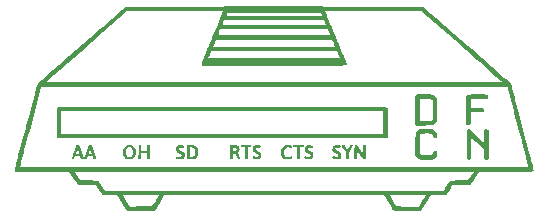
<source format=gbr>
%TF.GenerationSoftware,KiCad,Pcbnew,(6.0.5)*%
%TF.CreationDate,2022-07-13T10:20:42-06:00*%
%TF.ProjectId,modem,6d6f6465-6d2e-46b6-9963-61645f706362,rev?*%
%TF.SameCoordinates,Original*%
%TF.FileFunction,Legend,Top*%
%TF.FilePolarity,Positive*%
%FSLAX46Y46*%
G04 Gerber Fmt 4.6, Leading zero omitted, Abs format (unit mm)*
G04 Created by KiCad (PCBNEW (6.0.5)) date 2022-07-13 10:20:42*
%MOMM*%
%LPD*%
G01*
G04 APERTURE LIST*
%ADD10C,0.300000*%
G04 APERTURE END LIST*
D10*
X147630000Y-50180000D02*
X155890000Y-50180000D01*
%TO.C,G\u002A\u002A\u002A*%
G36*
X151805851Y-66043473D02*
G01*
X142478012Y-66048658D01*
X142109696Y-66684188D01*
X142021648Y-66834936D01*
X141938505Y-66975053D01*
X141863051Y-67100016D01*
X141798070Y-67205301D01*
X141746344Y-67286387D01*
X141710659Y-67338751D01*
X141695697Y-67356790D01*
X141683138Y-67364996D01*
X141665056Y-67371896D01*
X141637963Y-67377599D01*
X141598370Y-67382215D01*
X141542786Y-67385853D01*
X141467724Y-67388623D01*
X141369692Y-67390633D01*
X141245202Y-67391995D01*
X141090765Y-67392816D01*
X140902891Y-67393208D01*
X140678090Y-67393278D01*
X140534889Y-67393218D01*
X140295505Y-67392703D01*
X140077400Y-67391482D01*
X139883603Y-67389610D01*
X139717142Y-67387140D01*
X139581046Y-67384128D01*
X139478344Y-67380627D01*
X139412062Y-67376693D01*
X139385484Y-67372545D01*
X139366583Y-67350597D01*
X139327851Y-67296931D01*
X139272051Y-67215671D01*
X139201943Y-67110942D01*
X139120287Y-66986868D01*
X139029845Y-66847574D01*
X138933377Y-66697186D01*
X138932169Y-66695290D01*
X138519886Y-66048658D01*
X138968431Y-66048658D01*
X139276325Y-66530815D01*
X139584219Y-67012973D01*
X140536176Y-67007462D01*
X141488134Y-67001952D01*
X141762904Y-66527895D01*
X141836546Y-66400032D01*
X141902119Y-66284619D01*
X141956905Y-66186571D01*
X141998184Y-66110801D01*
X142023236Y-66062227D01*
X142029649Y-66045811D01*
X142007682Y-66044569D01*
X141946711Y-66043533D01*
X141850102Y-66042709D01*
X141721217Y-66042103D01*
X141563422Y-66041720D01*
X141380080Y-66041566D01*
X141174557Y-66041647D01*
X140950217Y-66041968D01*
X140710424Y-66042535D01*
X140495027Y-66043222D01*
X138968431Y-66048658D01*
X138519886Y-66048658D01*
X138513133Y-66038066D01*
X137917824Y-66037754D01*
X137723922Y-66037053D01*
X137568996Y-66035081D01*
X137449668Y-66031699D01*
X137362560Y-66026765D01*
X137304294Y-66020138D01*
X137271493Y-66011679D01*
X137269554Y-66010762D01*
X137238740Y-65982080D01*
X137189233Y-65918715D01*
X137122746Y-65823114D01*
X137040996Y-65697725D01*
X136965258Y-65576796D01*
X136713922Y-65169509D01*
X135973498Y-65169509D01*
X135792020Y-65168953D01*
X135626139Y-65167366D01*
X135480554Y-65164867D01*
X135359965Y-65161577D01*
X135269073Y-65157614D01*
X135212578Y-65153099D01*
X135196052Y-65149695D01*
X135175423Y-65127491D01*
X135135010Y-65074280D01*
X135078020Y-64994646D01*
X135007659Y-64893169D01*
X134927134Y-64774434D01*
X134839651Y-64643021D01*
X134810831Y-64599222D01*
X134462632Y-64068563D01*
X134205389Y-64067924D01*
X134917563Y-64067924D01*
X134974183Y-64157957D01*
X135005923Y-64207304D01*
X135055552Y-64283127D01*
X135117341Y-64376729D01*
X135185559Y-64479413D01*
X135218443Y-64528683D01*
X135406083Y-64809375D01*
X136155405Y-64809375D01*
X136354828Y-64809521D01*
X136516193Y-64810093D01*
X136643813Y-64811293D01*
X136741997Y-64813324D01*
X136815058Y-64816386D01*
X136867306Y-64820684D01*
X136903052Y-64826417D01*
X136926607Y-64833789D01*
X136942282Y-64843002D01*
X136946424Y-64846448D01*
X136971806Y-64877235D01*
X137013667Y-64937078D01*
X137067031Y-65018496D01*
X137126923Y-65114010D01*
X137154269Y-65158917D01*
X137219186Y-65266130D01*
X137282796Y-65370497D01*
X137338918Y-65461922D01*
X137381372Y-65530310D01*
X137390966Y-65545530D01*
X137461515Y-65656748D01*
X166159268Y-65656748D01*
X166387362Y-65280726D01*
X166459031Y-65164329D01*
X166526599Y-65057827D01*
X166585900Y-64967537D01*
X166632769Y-64899774D01*
X166663040Y-64860856D01*
X166666789Y-64857040D01*
X166681084Y-64844448D01*
X166696964Y-64834295D01*
X166718831Y-64826320D01*
X166751087Y-64820258D01*
X166798134Y-64815848D01*
X166864374Y-64812826D01*
X166954208Y-64810931D01*
X167072037Y-64809899D01*
X167222265Y-64809469D01*
X167409292Y-64809376D01*
X167465627Y-64809375D01*
X168213132Y-64809375D01*
X168460175Y-64438650D01*
X168707218Y-64067924D01*
X134917563Y-64067924D01*
X134205389Y-64067924D01*
X132201791Y-64062947D01*
X129940949Y-64057332D01*
X129895107Y-64011486D01*
X129858152Y-63949557D01*
X129850536Y-63884380D01*
X129856095Y-63855558D01*
X129872125Y-63787956D01*
X129897344Y-63686606D01*
X130274135Y-63686606D01*
X151812560Y-63686606D01*
X152989021Y-63686599D01*
X154123807Y-63686575D01*
X155217612Y-63686536D01*
X156271129Y-63686478D01*
X157285052Y-63686402D01*
X158260075Y-63686307D01*
X159196892Y-63686192D01*
X160096195Y-63686056D01*
X160958680Y-63685897D01*
X161785038Y-63685716D01*
X162575965Y-63685511D01*
X163332154Y-63685281D01*
X164054298Y-63685026D01*
X164743091Y-63684745D01*
X165399227Y-63684436D01*
X166023400Y-63684098D01*
X166616303Y-63683732D01*
X167178629Y-63683336D01*
X167711073Y-63682908D01*
X168214329Y-63682449D01*
X168689089Y-63681957D01*
X169136048Y-63681432D01*
X169555899Y-63680872D01*
X169949336Y-63680277D01*
X170317052Y-63679645D01*
X170659742Y-63678976D01*
X170978099Y-63678269D01*
X171272816Y-63677523D01*
X171544588Y-63676738D01*
X171794107Y-63675911D01*
X172022068Y-63675043D01*
X172229165Y-63674133D01*
X172416090Y-63673178D01*
X172583539Y-63672180D01*
X172732203Y-63671136D01*
X172862778Y-63670047D01*
X172975956Y-63668910D01*
X173072432Y-63667725D01*
X173152898Y-63666492D01*
X173218050Y-63665209D01*
X173268579Y-63663875D01*
X173305181Y-63662489D01*
X173328549Y-63661052D01*
X173339376Y-63659561D01*
X173340336Y-63658856D01*
X173333900Y-63635629D01*
X173317177Y-63573018D01*
X173290588Y-63472635D01*
X173254555Y-63336089D01*
X173209500Y-63164991D01*
X173155846Y-62960950D01*
X173094014Y-62725577D01*
X173024426Y-62460481D01*
X172947504Y-62167274D01*
X172863671Y-61847564D01*
X172773348Y-61502962D01*
X172676957Y-61135078D01*
X172574920Y-60745521D01*
X172467660Y-60335903D01*
X172355597Y-59907833D01*
X172239156Y-59462921D01*
X172118756Y-59002777D01*
X171994820Y-58529012D01*
X171867771Y-58043235D01*
X171738030Y-57547056D01*
X171606019Y-57042085D01*
X171586097Y-56965869D01*
X171565330Y-56886417D01*
X151829727Y-56891724D01*
X132094124Y-56897032D01*
X131196577Y-60244154D01*
X131098006Y-60611748D01*
X131002315Y-60968622D01*
X130910087Y-61312592D01*
X130821909Y-61641475D01*
X130738364Y-61953090D01*
X130660038Y-62245253D01*
X130587517Y-62515782D01*
X130521385Y-62762494D01*
X130462227Y-62983206D01*
X130410628Y-63175737D01*
X130367174Y-63337902D01*
X130332449Y-63467520D01*
X130307039Y-63562407D01*
X130291529Y-63620382D01*
X130286582Y-63638942D01*
X130274135Y-63686606D01*
X129897344Y-63686606D01*
X129898067Y-63683700D01*
X129933362Y-63544920D01*
X129977452Y-63373741D01*
X130029777Y-63172291D01*
X130089777Y-62942698D01*
X130156895Y-62687090D01*
X130230571Y-62407592D01*
X130310246Y-62106333D01*
X130395361Y-61785441D01*
X130485357Y-61447042D01*
X130579674Y-61093264D01*
X130677755Y-60726234D01*
X130779039Y-60348080D01*
X130817312Y-60205407D01*
X130919421Y-59824876D01*
X131018534Y-59455422D01*
X131114096Y-59099118D01*
X131205553Y-58758035D01*
X131292348Y-58434245D01*
X131373929Y-58129819D01*
X131449739Y-57846831D01*
X131519224Y-57587350D01*
X131581830Y-57353450D01*
X131637002Y-57147202D01*
X131684184Y-56970678D01*
X131722822Y-56825950D01*
X131752362Y-56715090D01*
X131772248Y-56640169D01*
X131781927Y-56603259D01*
X131782815Y-56599599D01*
X131798492Y-56585422D01*
X131844382Y-56544883D01*
X131889606Y-56505122D01*
X132458972Y-56505122D01*
X151826548Y-56505122D01*
X152955664Y-56505111D01*
X154043089Y-56505080D01*
X155089501Y-56505025D01*
X156095578Y-56504948D01*
X157061996Y-56504847D01*
X157989434Y-56504720D01*
X158878570Y-56504568D01*
X159730082Y-56504388D01*
X160544646Y-56504181D01*
X161322941Y-56503946D01*
X162065644Y-56503680D01*
X162773434Y-56503384D01*
X163446987Y-56503057D01*
X164086982Y-56502697D01*
X164694096Y-56502304D01*
X165269007Y-56501877D01*
X165812393Y-56501415D01*
X166324931Y-56500917D01*
X166807299Y-56500382D01*
X167260175Y-56499809D01*
X167684236Y-56499198D01*
X168080160Y-56498546D01*
X168448626Y-56497855D01*
X168790310Y-56497122D01*
X169105890Y-56496346D01*
X169396044Y-56495527D01*
X169661450Y-56494664D01*
X169902785Y-56493756D01*
X170120728Y-56492802D01*
X170315955Y-56491801D01*
X170489145Y-56490752D01*
X170640975Y-56489654D01*
X170772123Y-56488507D01*
X170883266Y-56487309D01*
X170975083Y-56486059D01*
X171048251Y-56484757D01*
X171103448Y-56483402D01*
X171141351Y-56481993D01*
X171162638Y-56480528D01*
X171168097Y-56479094D01*
X171149839Y-56462878D01*
X171101095Y-56420133D01*
X171023337Y-56352142D01*
X170918040Y-56260190D01*
X170786677Y-56145561D01*
X170630722Y-56009540D01*
X170451648Y-55853410D01*
X170250930Y-55678456D01*
X170030040Y-55485962D01*
X169790453Y-55277212D01*
X169533643Y-55053491D01*
X169261083Y-54816083D01*
X168974246Y-54566272D01*
X168674607Y-54305343D01*
X168363639Y-54034579D01*
X168042816Y-53755265D01*
X167713612Y-53468685D01*
X167705520Y-53461641D01*
X164268970Y-50470216D01*
X160194018Y-50468903D01*
X159689183Y-50468789D01*
X159225211Y-50468790D01*
X158800600Y-50468918D01*
X158413843Y-50469179D01*
X158063438Y-50469585D01*
X157747878Y-50470145D01*
X157465661Y-50470867D01*
X157215282Y-50471761D01*
X156995235Y-50472836D01*
X156804018Y-50474102D01*
X156640124Y-50475569D01*
X156502051Y-50477244D01*
X156388293Y-50479138D01*
X156297346Y-50481260D01*
X156227706Y-50483619D01*
X156177869Y-50486225D01*
X156146329Y-50489086D01*
X156131582Y-50492213D01*
X156130094Y-50494071D01*
X156139614Y-50516769D01*
X156164477Y-50575997D01*
X156203618Y-50669222D01*
X156255974Y-50793911D01*
X156320481Y-50947529D01*
X156396075Y-51127544D01*
X156481693Y-51331422D01*
X156576270Y-51556631D01*
X156678742Y-51800636D01*
X156788046Y-52060905D01*
X156903118Y-52334904D01*
X157022895Y-52620101D01*
X157044171Y-52670760D01*
X157164782Y-52958115D01*
X157280884Y-53235060D01*
X157391408Y-53499030D01*
X157495285Y-53747458D01*
X157591447Y-53977778D01*
X157678827Y-54187425D01*
X157756355Y-54373832D01*
X157822965Y-54534434D01*
X157877586Y-54666665D01*
X157919152Y-54767959D01*
X157946595Y-54835750D01*
X157958845Y-54867471D01*
X157959327Y-54869044D01*
X157958814Y-54931268D01*
X157935868Y-54998856D01*
X157898410Y-55052111D01*
X157880385Y-55065398D01*
X157855214Y-55067538D01*
X157788333Y-55069571D01*
X157680402Y-55071495D01*
X157532080Y-55073308D01*
X157344026Y-55075007D01*
X157116899Y-55076590D01*
X156851359Y-55078056D01*
X156548065Y-55079402D01*
X156207675Y-55080625D01*
X155830850Y-55081724D01*
X155418247Y-55082695D01*
X154970527Y-55083538D01*
X154488348Y-55084250D01*
X153972370Y-55084829D01*
X153423251Y-55085271D01*
X152841652Y-55085576D01*
X152228231Y-55085741D01*
X151807083Y-55085772D01*
X145771852Y-55085772D01*
X145727361Y-55038108D01*
X145689876Y-54984872D01*
X145669604Y-54936938D01*
X145671238Y-54919075D01*
X145681156Y-54882794D01*
X145700029Y-54826420D01*
X145728528Y-54748282D01*
X145767322Y-54646705D01*
X145817085Y-54520017D01*
X145836524Y-54471427D01*
X146235382Y-54471427D01*
X157393052Y-54471427D01*
X157317870Y-54296656D01*
X157275345Y-54196778D01*
X157231427Y-54091983D01*
X157194524Y-54002357D01*
X157189315Y-53989484D01*
X157135941Y-53857082D01*
X146491305Y-53857082D01*
X146363344Y-54164254D01*
X146235382Y-54471427D01*
X145836524Y-54471427D01*
X145878485Y-54366544D01*
X145952195Y-54184613D01*
X146038885Y-53972550D01*
X146139226Y-53728683D01*
X146245980Y-53470468D01*
X146654237Y-53470468D01*
X146675116Y-53470945D01*
X146736545Y-53471410D01*
X146836709Y-53471862D01*
X146973788Y-53472299D01*
X147145965Y-53472718D01*
X147351422Y-53473119D01*
X147588343Y-53473498D01*
X147854909Y-53473855D01*
X148149303Y-53474188D01*
X148469706Y-53474493D01*
X148814303Y-53474771D01*
X149181274Y-53475018D01*
X149568802Y-53475234D01*
X149975070Y-53475415D01*
X150398260Y-53475560D01*
X150836554Y-53475668D01*
X151288135Y-53475737D01*
X151751185Y-53475764D01*
X156969923Y-53475764D01*
X156951781Y-53428099D01*
X156936673Y-53390363D01*
X156909081Y-53323191D01*
X156872974Y-53236193D01*
X156833619Y-53142066D01*
X156733600Y-52903698D01*
X151809137Y-52909039D01*
X146884674Y-52914379D01*
X146769470Y-53189776D01*
X146728119Y-53288976D01*
X146693342Y-53373071D01*
X146668074Y-53434915D01*
X146655245Y-53467368D01*
X146654237Y-53470468D01*
X146245980Y-53470468D01*
X146253889Y-53451339D01*
X146383545Y-53138844D01*
X146528865Y-52789524D01*
X146576359Y-52675511D01*
X146653858Y-52489524D01*
X147065788Y-52489524D01*
X147069766Y-52493334D01*
X147079432Y-52496839D01*
X147096407Y-52500051D01*
X147122311Y-52502985D01*
X147158764Y-52505652D01*
X147207386Y-52508064D01*
X147269796Y-52510235D01*
X147347615Y-52512178D01*
X147442463Y-52513904D01*
X147555960Y-52515426D01*
X147689726Y-52516758D01*
X147845380Y-52517912D01*
X148024543Y-52518900D01*
X148228835Y-52519736D01*
X148459876Y-52520431D01*
X148719286Y-52520999D01*
X149008684Y-52521451D01*
X149329691Y-52521802D01*
X149683927Y-52522063D01*
X150073012Y-52522247D01*
X150498565Y-52522367D01*
X150962208Y-52522436D01*
X151465559Y-52522465D01*
X151810324Y-52522470D01*
X152256162Y-52522432D01*
X152690693Y-52522321D01*
X153112024Y-52522140D01*
X153518262Y-52521894D01*
X153907515Y-52521584D01*
X154277891Y-52521215D01*
X154627497Y-52520789D01*
X154954440Y-52520312D01*
X155256829Y-52519785D01*
X155532770Y-52519212D01*
X155780372Y-52518597D01*
X155997742Y-52517942D01*
X156182988Y-52517253D01*
X156334216Y-52516531D01*
X156449535Y-52515781D01*
X156527052Y-52515005D01*
X156564875Y-52514207D01*
X156568470Y-52513872D01*
X156560620Y-52492225D01*
X156539207Y-52439437D01*
X156507438Y-52363276D01*
X156468521Y-52271512D01*
X156465719Y-52264957D01*
X156362969Y-52024638D01*
X147257961Y-52014332D01*
X147168771Y-52231328D01*
X147131213Y-52323034D01*
X147098759Y-52402876D01*
X147075369Y-52461081D01*
X147065879Y-52485397D01*
X147065788Y-52489524D01*
X146653858Y-52489524D01*
X147009679Y-51635606D01*
X147420374Y-51635606D01*
X147440533Y-51637438D01*
X147501201Y-51639214D01*
X147600520Y-51640926D01*
X147736631Y-51642568D01*
X147907675Y-51644130D01*
X148111793Y-51645605D01*
X148347128Y-51646986D01*
X148611819Y-51648265D01*
X148904008Y-51649434D01*
X149221835Y-51650485D01*
X149563444Y-51651411D01*
X149926973Y-51652203D01*
X150310565Y-51652854D01*
X150712361Y-51653357D01*
X151130501Y-51653703D01*
X151563128Y-51653885D01*
X151810300Y-51653912D01*
X156207288Y-51653912D01*
X156188331Y-51606248D01*
X156170996Y-51563528D01*
X156143129Y-51495740D01*
X156110501Y-51416922D01*
X156107747Y-51410293D01*
X156046121Y-51262002D01*
X151810923Y-51256809D01*
X147575726Y-51251616D01*
X147501581Y-51434458D01*
X147468385Y-51516411D01*
X147441211Y-51583664D01*
X147424016Y-51626420D01*
X147420374Y-51635606D01*
X147009679Y-51635606D01*
X147330869Y-50864796D01*
X147740602Y-50864796D01*
X147746728Y-50868076D01*
X147768825Y-50871090D01*
X147808394Y-50873850D01*
X147866941Y-50876363D01*
X147945968Y-50878641D01*
X148046978Y-50880694D01*
X148171474Y-50882530D01*
X148320961Y-50884159D01*
X148496941Y-50885593D01*
X148700918Y-50886839D01*
X148934395Y-50887909D01*
X149198876Y-50888811D01*
X149495863Y-50889556D01*
X149826860Y-50890153D01*
X150193370Y-50890613D01*
X150596898Y-50890944D01*
X151038945Y-50891157D01*
X151521016Y-50891262D01*
X151809004Y-50891277D01*
X155887933Y-50891277D01*
X155829328Y-50748283D01*
X155770724Y-50605289D01*
X147851122Y-50594659D01*
X147801125Y-50716487D01*
X147772975Y-50785210D01*
X147750651Y-50839938D01*
X147740602Y-50864796D01*
X147330869Y-50864796D01*
X147496382Y-50467590D01*
X139376027Y-50467590D01*
X136654525Y-52842836D01*
X136348782Y-53109681D01*
X136043671Y-53375978D01*
X135741474Y-53639734D01*
X135444475Y-53898957D01*
X135154954Y-54151655D01*
X134875196Y-54395836D01*
X134607482Y-54629506D01*
X134354094Y-54850675D01*
X134117316Y-55057350D01*
X133899430Y-55247538D01*
X133702718Y-55419248D01*
X133529463Y-55570486D01*
X133381947Y-55699262D01*
X133262452Y-55803582D01*
X133195998Y-55861602D01*
X132458972Y-56505122D01*
X131889606Y-56505122D01*
X131918773Y-56479478D01*
X132019954Y-56390701D01*
X132146215Y-56280046D01*
X132295843Y-56149009D01*
X132467128Y-55999084D01*
X132658358Y-55831765D01*
X132867822Y-55648548D01*
X133093808Y-55450927D01*
X133334606Y-55240397D01*
X133588505Y-55018452D01*
X133853792Y-54786587D01*
X134128757Y-54546296D01*
X134411688Y-54299075D01*
X134700875Y-54046418D01*
X134994606Y-53789820D01*
X135291169Y-53530775D01*
X135588853Y-53270779D01*
X135885948Y-53011324D01*
X136180742Y-52753908D01*
X136471523Y-52500023D01*
X136756580Y-52251165D01*
X137034203Y-52008829D01*
X137302679Y-51774508D01*
X137560299Y-51549698D01*
X137805349Y-51335894D01*
X138036119Y-51134589D01*
X138250899Y-50947280D01*
X138447976Y-50775460D01*
X138625639Y-50620623D01*
X138782177Y-50484266D01*
X138915879Y-50367882D01*
X139025033Y-50272966D01*
X139107929Y-50201013D01*
X139162855Y-50153517D01*
X139171584Y-50146010D01*
X139241170Y-50086273D01*
X151801002Y-50086273D01*
X152528900Y-50086295D01*
X153246328Y-50086363D01*
X153952114Y-50086473D01*
X154645092Y-50086626D01*
X155324091Y-50086819D01*
X155987943Y-50087052D01*
X156635478Y-50087323D01*
X157265526Y-50087631D01*
X157876920Y-50087975D01*
X158468489Y-50088353D01*
X159039065Y-50088764D01*
X159587478Y-50089208D01*
X160112560Y-50089682D01*
X160613140Y-50090185D01*
X161088050Y-50090717D01*
X161536121Y-50091275D01*
X161956184Y-50091860D01*
X162347069Y-50092468D01*
X162707607Y-50093100D01*
X163036629Y-50093754D01*
X163332965Y-50094428D01*
X163595448Y-50095121D01*
X163822907Y-50095833D01*
X164014173Y-50096562D01*
X164168078Y-50097306D01*
X164283451Y-50098064D01*
X164359124Y-50098836D01*
X164393928Y-50099619D01*
X164396195Y-50099842D01*
X164415389Y-50114862D01*
X164464795Y-50156230D01*
X164542691Y-50222448D01*
X164647356Y-50312020D01*
X164777067Y-50423449D01*
X164930102Y-50555240D01*
X165104739Y-50705894D01*
X165299255Y-50873916D01*
X165511929Y-51057809D01*
X165741039Y-51256077D01*
X165984861Y-51467222D01*
X166241675Y-51689749D01*
X166509758Y-51922161D01*
X166787387Y-52162961D01*
X167072841Y-52410652D01*
X167364397Y-52663739D01*
X167660334Y-52920724D01*
X167958929Y-53180111D01*
X168258459Y-53440403D01*
X168557204Y-53700104D01*
X168853440Y-53957717D01*
X169145445Y-54211746D01*
X169431498Y-54460694D01*
X169709876Y-54703064D01*
X169978857Y-54937360D01*
X170236719Y-55162086D01*
X170481739Y-55375744D01*
X170712196Y-55576838D01*
X170926368Y-55763872D01*
X171122531Y-55935349D01*
X171298965Y-56089772D01*
X171453947Y-56225646D01*
X171585754Y-56341472D01*
X171692664Y-56435755D01*
X171772957Y-56506999D01*
X171824908Y-56553706D01*
X171846797Y-56574380D01*
X171847148Y-56574799D01*
X171856128Y-56599728D01*
X171875063Y-56663138D01*
X171903287Y-56762494D01*
X171940135Y-56895262D01*
X171984940Y-57058907D01*
X172037037Y-57250895D01*
X172095758Y-57468691D01*
X172160440Y-57709760D01*
X172230414Y-57971568D01*
X172305017Y-58251580D01*
X172383581Y-58547261D01*
X172465440Y-58856077D01*
X172549929Y-59175494D01*
X172636382Y-59502975D01*
X172724133Y-59835988D01*
X172812515Y-60171997D01*
X172900863Y-60508468D01*
X172988511Y-60842866D01*
X173074793Y-61172656D01*
X173159043Y-61495304D01*
X173240594Y-61808275D01*
X173318782Y-62109035D01*
X173392940Y-62395048D01*
X173462402Y-62663781D01*
X173526502Y-62912698D01*
X173584574Y-63139265D01*
X173635952Y-63340948D01*
X173679971Y-63515211D01*
X173715964Y-63659520D01*
X173743265Y-63771341D01*
X173761209Y-63848139D01*
X173769129Y-63887378D01*
X173769464Y-63891105D01*
X173751130Y-63969160D01*
X173696291Y-64027992D01*
X173670905Y-64043279D01*
X173651292Y-64047504D01*
X173608084Y-64051273D01*
X173539621Y-64054606D01*
X173444244Y-64057521D01*
X173320291Y-64060034D01*
X173166104Y-64062165D01*
X172980020Y-64063930D01*
X172760382Y-64065349D01*
X172505527Y-64066438D01*
X172213797Y-64067217D01*
X171883531Y-64067702D01*
X171513068Y-64067912D01*
X171390578Y-64067924D01*
X169156522Y-64067924D01*
X168803358Y-64606372D01*
X168714009Y-64741426D01*
X168630861Y-64864887D01*
X168557036Y-64972289D01*
X168495658Y-65059169D01*
X168449850Y-65121062D01*
X168422736Y-65153503D01*
X168418024Y-65157164D01*
X168389943Y-65160068D01*
X168324555Y-65162782D01*
X168226922Y-65165220D01*
X168102106Y-65167294D01*
X167955167Y-65168919D01*
X167791169Y-65170007D01*
X167640841Y-65170448D01*
X166895826Y-65171387D01*
X166652206Y-65574546D01*
X166579250Y-65693302D01*
X166511140Y-65800482D01*
X166451642Y-65890448D01*
X166404522Y-65957563D01*
X166373546Y-65996193D01*
X166366218Y-66002589D01*
X166330440Y-66011498D01*
X166254908Y-66019333D01*
X166139021Y-66026126D01*
X165982175Y-66031909D01*
X165783767Y-66036716D01*
X165710654Y-66038066D01*
X165097459Y-66048658D01*
X164699471Y-66673595D01*
X164604387Y-66821835D01*
X164514307Y-66960255D01*
X164432255Y-67084362D01*
X164361253Y-67189662D01*
X164304324Y-67271662D01*
X164264491Y-67325869D01*
X164246973Y-67346198D01*
X164192463Y-67393862D01*
X163093056Y-67393862D01*
X162809104Y-67393454D01*
X162566723Y-67392217D01*
X162365122Y-67390137D01*
X162203511Y-67387198D01*
X162081100Y-67383383D01*
X161997098Y-67378677D01*
X161950715Y-67373063D01*
X161942862Y-67370722D01*
X161918636Y-67348368D01*
X161878984Y-67295717D01*
X161823056Y-67211431D01*
X161750002Y-67094170D01*
X161658974Y-66942594D01*
X161549120Y-66755363D01*
X161512883Y-66692934D01*
X161139698Y-66048658D01*
X161576996Y-66048658D01*
X161853175Y-66529752D01*
X162129354Y-67010847D01*
X163082648Y-67011454D01*
X164035943Y-67012062D01*
X164339414Y-66533720D01*
X164419466Y-66406726D01*
X164490954Y-66291756D01*
X164551018Y-66193534D01*
X164596803Y-66116784D01*
X164625449Y-66066230D01*
X164634101Y-66046594D01*
X164634089Y-66046581D01*
X164611992Y-66045212D01*
X164550898Y-66044055D01*
X164454174Y-66043120D01*
X164325190Y-66042412D01*
X164167315Y-66041939D01*
X163983920Y-66041709D01*
X163778372Y-66041729D01*
X163554043Y-66042006D01*
X163314301Y-66042548D01*
X163101144Y-66043222D01*
X161576996Y-66048658D01*
X161139698Y-66048658D01*
X161133691Y-66038287D01*
X151805851Y-66043473D01*
G37*
G36*
X165321999Y-60494192D02*
G01*
X165450556Y-60578671D01*
X165547670Y-60688190D01*
X165610213Y-60817889D01*
X165635059Y-60962908D01*
X165635359Y-60981232D01*
X165631194Y-61056302D01*
X165615636Y-61104706D01*
X165587694Y-61138360D01*
X165513447Y-61187661D01*
X165437251Y-61196972D01*
X165373815Y-61178992D01*
X165298642Y-61130289D01*
X165260179Y-61061247D01*
X165254041Y-61009364D01*
X165240447Y-60957537D01*
X165207281Y-60902003D01*
X165202932Y-60896753D01*
X165151822Y-60837315D01*
X164764571Y-60829889D01*
X164592368Y-60828165D01*
X164457765Y-60830800D01*
X164356156Y-60838430D01*
X164282935Y-60851693D01*
X164233497Y-60871224D01*
X164203237Y-60897659D01*
X164196482Y-60908366D01*
X164191547Y-60938044D01*
X164186734Y-61005588D01*
X164182188Y-61106497D01*
X164178053Y-61236268D01*
X164174475Y-61390399D01*
X164171597Y-61564387D01*
X164169655Y-61742683D01*
X164163049Y-62539221D01*
X164214406Y-62593898D01*
X164265764Y-62648575D01*
X165144353Y-62648575D01*
X165199197Y-62583396D01*
X165235014Y-62527894D01*
X165253396Y-62474120D01*
X165254041Y-62465253D01*
X165269891Y-62413426D01*
X165310808Y-62355850D01*
X165318617Y-62347712D01*
X165366365Y-62306378D01*
X165409889Y-62291278D01*
X165468551Y-62294586D01*
X165551279Y-62314603D01*
X165602669Y-62352729D01*
X165628691Y-62416467D01*
X165635359Y-62504248D01*
X165624811Y-62627258D01*
X165589076Y-62730458D01*
X165522017Y-62829482D01*
X165495868Y-62859612D01*
X165446546Y-62912437D01*
X165401256Y-62953846D01*
X165354064Y-62985289D01*
X165299033Y-63008217D01*
X165230229Y-63024081D01*
X165141716Y-63034332D01*
X165027560Y-63040418D01*
X164881824Y-63043792D01*
X164735025Y-63045547D01*
X164559608Y-63046658D01*
X164421618Y-63045959D01*
X164316144Y-63043247D01*
X164238276Y-63038322D01*
X164183102Y-63030985D01*
X164146960Y-63021494D01*
X164011575Y-62950080D01*
X163899730Y-62845776D01*
X163821627Y-62722720D01*
X163771553Y-62616798D01*
X163771346Y-61742265D01*
X163771352Y-61515407D01*
X163771845Y-61326741D01*
X163773367Y-61172087D01*
X163776457Y-61047269D01*
X163781654Y-60948109D01*
X163789498Y-60870428D01*
X163800528Y-60810048D01*
X163815285Y-60762793D01*
X163834308Y-60724485D01*
X163858137Y-60690945D01*
X163887312Y-60657995D01*
X163915167Y-60628938D01*
X163982552Y-60569587D01*
X164063408Y-60512357D01*
X164099496Y-60491240D01*
X164205417Y-60434813D01*
X165201081Y-60434813D01*
X165321999Y-60494192D01*
G37*
G36*
X169855795Y-60456653D02*
G01*
X169912309Y-60496016D01*
X169916195Y-60500073D01*
X169967553Y-60554740D01*
X169967553Y-62948824D01*
X169908114Y-62999950D01*
X169828116Y-63044673D01*
X169744472Y-63048782D01*
X169664566Y-63012572D01*
X169637566Y-62989153D01*
X169575643Y-62927230D01*
X169575643Y-62198710D01*
X169043337Y-61676895D01*
X168919002Y-61555314D01*
X168803933Y-61443377D01*
X168701690Y-61344504D01*
X168615837Y-61262113D01*
X168549934Y-61199626D01*
X168507543Y-61160463D01*
X168492545Y-61148019D01*
X168488538Y-61166942D01*
X168484851Y-61224158D01*
X168481568Y-61315589D01*
X168478773Y-61437161D01*
X168476552Y-61584795D01*
X168474987Y-61754418D01*
X168474165Y-61941951D01*
X168474058Y-62041173D01*
X168474058Y-62941389D01*
X168408880Y-62996233D01*
X168329188Y-63042632D01*
X168251336Y-63046822D01*
X168176450Y-63008836D01*
X168154664Y-62989153D01*
X168092740Y-62927230D01*
X168092740Y-60557104D01*
X168148590Y-60501255D01*
X168206209Y-60459568D01*
X168276830Y-60445636D01*
X168290727Y-60445405D01*
X168313030Y-60446141D01*
X168334707Y-60450174D01*
X168358899Y-60460240D01*
X168388741Y-60479078D01*
X168427374Y-60509424D01*
X168477935Y-60554015D01*
X168543563Y-60615588D01*
X168627396Y-60696881D01*
X168732572Y-60800631D01*
X168862229Y-60929574D01*
X168976328Y-61043366D01*
X169575643Y-61641327D01*
X169575643Y-61131265D01*
X169576293Y-60942550D01*
X169579101Y-60791926D01*
X169585353Y-60675124D01*
X169596338Y-60587874D01*
X169613341Y-60525908D01*
X169637649Y-60484957D01*
X169670550Y-60460752D01*
X169713331Y-60449024D01*
X169767278Y-60445503D01*
X169782400Y-60445405D01*
X169855795Y-60456653D01*
G37*
G36*
X139006669Y-62404955D02*
G01*
X139021161Y-62225472D01*
X139064461Y-62076762D01*
X139136307Y-61959116D01*
X139236435Y-61872822D01*
X139364582Y-61818171D01*
X139520484Y-61795452D01*
X139560860Y-61794777D01*
X139719286Y-61810387D01*
X139848797Y-61855964D01*
X139950011Y-61932220D01*
X140023546Y-62039866D01*
X140070019Y-62179612D01*
X140090047Y-62352169D01*
X140091001Y-62404955D01*
X140078691Y-62583295D01*
X140041153Y-62728868D01*
X139977475Y-62843605D01*
X139886747Y-62929433D01*
X139826964Y-62964065D01*
X139730050Y-62996892D01*
X139612265Y-63016615D01*
X139493702Y-63020964D01*
X139409171Y-63011287D01*
X139273562Y-62962296D01*
X139164798Y-62881109D01*
X139083704Y-62768970D01*
X139031104Y-62627118D01*
X139009881Y-62471863D01*
X139255367Y-62471863D01*
X139269261Y-62574323D01*
X139278652Y-62608008D01*
X139315316Y-62678697D01*
X139370795Y-62745742D01*
X139431360Y-62793647D01*
X139451539Y-62803142D01*
X139537943Y-62815822D01*
X139633480Y-62800746D01*
X139683113Y-62780944D01*
X139758161Y-62723792D01*
X139808829Y-62639381D01*
X139836637Y-62524144D01*
X139843449Y-62404955D01*
X139840037Y-62301218D01*
X139828196Y-62225423D01*
X139805514Y-62163574D01*
X139800011Y-62152684D01*
X139734994Y-62067278D01*
X139652705Y-62015525D01*
X139561229Y-61997138D01*
X139468648Y-62011825D01*
X139383047Y-62059297D01*
X139312510Y-62139264D01*
X139294874Y-62170792D01*
X139268802Y-62253142D01*
X139255424Y-62359151D01*
X139255367Y-62471863D01*
X139009881Y-62471863D01*
X139007822Y-62456797D01*
X139006669Y-62404955D01*
G37*
G36*
X143983092Y-61797606D02*
G01*
X144077321Y-61818041D01*
X144147718Y-61851053D01*
X144162787Y-61863668D01*
X144188765Y-61897009D01*
X144189603Y-61931929D01*
X144176080Y-61969619D01*
X144151118Y-62021706D01*
X144124260Y-62044009D01*
X144082351Y-62041281D01*
X144026945Y-62023493D01*
X143934706Y-61997648D01*
X143865472Y-61996686D01*
X143807346Y-62021466D01*
X143781706Y-62041191D01*
X143742873Y-62083279D01*
X143734504Y-62124562D01*
X143738888Y-62148419D01*
X143753326Y-62180599D01*
X143784121Y-62210511D01*
X143839000Y-62243837D01*
X143925692Y-62286261D01*
X143927458Y-62287081D01*
X144014623Y-62331789D01*
X144094135Y-62380021D01*
X144152413Y-62423309D01*
X144164398Y-62434776D01*
X144199780Y-62478111D01*
X144220242Y-62523424D01*
X144230909Y-62585885D01*
X144235080Y-62643989D01*
X144237203Y-62726957D01*
X144230458Y-62783636D01*
X144211804Y-62829706D01*
X144193292Y-62859272D01*
X144143765Y-62917452D01*
X144086715Y-62965235D01*
X144078335Y-62970461D01*
X143997991Y-63000782D01*
X143893551Y-63017546D01*
X143781460Y-63019513D01*
X143678160Y-63005439D01*
X143664012Y-63001747D01*
X143572240Y-62969167D01*
X143502368Y-62931137D01*
X143462113Y-62892467D01*
X143455376Y-62871703D01*
X143468498Y-62836081D01*
X143500355Y-62790474D01*
X143503040Y-62787371D01*
X143550705Y-62733146D01*
X143671371Y-62778170D01*
X143787667Y-62808815D01*
X143882045Y-62806506D01*
X143952305Y-62771503D01*
X143977557Y-62742046D01*
X144000121Y-62689286D01*
X143992192Y-62641028D01*
X143950885Y-62593591D01*
X143873315Y-62543292D01*
X143788814Y-62501108D01*
X143673252Y-62442481D01*
X143592104Y-62387665D01*
X143538640Y-62330364D01*
X143506130Y-62264276D01*
X143495839Y-62226904D01*
X143486959Y-62103145D01*
X143516182Y-61993477D01*
X143580242Y-61902846D01*
X143675873Y-61836194D01*
X143776050Y-61802797D01*
X143878259Y-61791831D01*
X143983092Y-61797606D01*
G37*
G36*
X150501336Y-61803744D02*
G01*
X150593300Y-61828515D01*
X150653251Y-61866961D01*
X150678364Y-61916759D01*
X150665818Y-61975586D01*
X150642156Y-62010573D01*
X150617090Y-62036672D01*
X150591257Y-62044502D01*
X150549749Y-62035359D01*
X150510424Y-62022022D01*
X150407993Y-62000131D01*
X150321247Y-62009335D01*
X150256962Y-62048495D01*
X150242354Y-62066996D01*
X150220546Y-62107807D01*
X150224542Y-62140585D01*
X150243381Y-62172506D01*
X150281511Y-62208793D01*
X150350301Y-62253523D01*
X150440539Y-62300818D01*
X150455674Y-62307917D01*
X150551808Y-62356918D01*
X150625169Y-62403566D01*
X150667334Y-62442459D01*
X150668773Y-62444559D01*
X150715203Y-62548176D01*
X150730391Y-62661047D01*
X150715367Y-62771877D01*
X150671159Y-62869369D01*
X150625264Y-62922010D01*
X150525411Y-62987830D01*
X150410209Y-63020871D01*
X150274077Y-63022201D01*
X150177720Y-63007768D01*
X150065445Y-62976627D01*
X149993550Y-62935314D01*
X149961144Y-62883239D01*
X149958962Y-62863157D01*
X149973551Y-62804736D01*
X150000825Y-62765546D01*
X150027441Y-62744698D01*
X150053674Y-62739367D01*
X150093184Y-62750232D01*
X150147747Y-62772854D01*
X150255813Y-62809143D01*
X150342457Y-62813881D01*
X150414503Y-62787100D01*
X150432752Y-62774143D01*
X150476585Y-62720303D01*
X150486520Y-62661508D01*
X150461050Y-62609603D01*
X150454507Y-62603504D01*
X150420701Y-62581302D01*
X150359606Y-62546922D01*
X150282177Y-62506420D01*
X150248738Y-62489692D01*
X150135222Y-62427371D01*
X150057327Y-62366956D01*
X150009348Y-62301022D01*
X149985578Y-62222141D01*
X149980146Y-62140151D01*
X149997088Y-62017511D01*
X150047198Y-61920751D01*
X150129405Y-61850793D01*
X150242636Y-61808565D01*
X150380179Y-61794971D01*
X150501336Y-61803744D01*
G37*
G36*
X153064349Y-61800857D02*
G01*
X153167735Y-61816140D01*
X153251176Y-61840634D01*
X153304214Y-61873311D01*
X153307055Y-61876516D01*
X153321932Y-61906323D01*
X153315236Y-61945428D01*
X153299274Y-61982286D01*
X153276028Y-62026252D01*
X153252046Y-62048130D01*
X153216136Y-62050272D01*
X153157111Y-62035033D01*
X153114180Y-62021221D01*
X153000021Y-61999292D01*
X152889488Y-62005653D01*
X152795550Y-62038971D01*
X152769041Y-62056716D01*
X152706760Y-62131823D01*
X152667232Y-62238947D01*
X152651834Y-62373524D01*
X152653085Y-62440726D01*
X152661600Y-62527201D01*
X152675777Y-62604999D01*
X152692538Y-62657262D01*
X152756442Y-62741187D01*
X152845330Y-62793400D01*
X152954783Y-62812691D01*
X153080380Y-62797849D01*
X153140516Y-62779878D01*
X153208430Y-62757229D01*
X153248673Y-62749222D01*
X153273115Y-62755275D01*
X153291597Y-62772476D01*
X153332412Y-62838850D01*
X153332898Y-62896881D01*
X153294499Y-62945294D01*
X153218661Y-62982816D01*
X153106828Y-63008172D01*
X153013490Y-63017657D01*
X152931747Y-63020880D01*
X152860090Y-63020301D01*
X152818845Y-63016698D01*
X152679681Y-62975260D01*
X152571627Y-62907544D01*
X152490237Y-62810313D01*
X152461289Y-62756414D01*
X152436070Y-62698051D01*
X152419818Y-62644296D01*
X152410623Y-62583060D01*
X152406574Y-62502252D01*
X152405751Y-62404955D01*
X152406955Y-62295651D01*
X152411687Y-62217311D01*
X152421622Y-62158571D01*
X152438438Y-62108067D01*
X152454855Y-62072233D01*
X152530734Y-61957633D01*
X152628652Y-61871314D01*
X152739126Y-61820583D01*
X152839585Y-61802049D01*
X152951480Y-61795817D01*
X153064349Y-61800857D01*
G37*
G36*
X154871833Y-61797606D02*
G01*
X154966062Y-61818041D01*
X155036459Y-61851053D01*
X155051528Y-61863668D01*
X155077506Y-61897009D01*
X155078344Y-61931929D01*
X155064821Y-61969619D01*
X155039859Y-62021706D01*
X155013001Y-62044009D01*
X154971092Y-62041281D01*
X154915685Y-62023493D01*
X154823447Y-61997648D01*
X154754212Y-61996686D01*
X154696087Y-62021466D01*
X154670447Y-62041191D01*
X154631613Y-62083279D01*
X154623245Y-62124562D01*
X154627628Y-62148419D01*
X154642067Y-62180599D01*
X154672861Y-62210511D01*
X154727740Y-62243837D01*
X154814433Y-62286261D01*
X154816199Y-62287081D01*
X154903363Y-62331789D01*
X154982876Y-62380021D01*
X155041154Y-62423309D01*
X155053139Y-62434776D01*
X155088521Y-62478111D01*
X155108983Y-62523424D01*
X155119650Y-62585885D01*
X155123820Y-62643989D01*
X155125943Y-62726957D01*
X155119199Y-62783636D01*
X155100544Y-62829706D01*
X155082032Y-62859272D01*
X155032505Y-62917452D01*
X154975456Y-62965235D01*
X154967075Y-62970461D01*
X154886732Y-63000782D01*
X154782292Y-63017546D01*
X154670200Y-63019513D01*
X154566900Y-63005439D01*
X154552753Y-63001747D01*
X154460981Y-62969167D01*
X154391109Y-62931137D01*
X154350854Y-62892467D01*
X154344116Y-62871703D01*
X154357239Y-62836081D01*
X154389095Y-62790474D01*
X154391781Y-62787371D01*
X154439446Y-62733146D01*
X154560112Y-62778170D01*
X154676407Y-62808815D01*
X154770786Y-62806506D01*
X154841046Y-62771503D01*
X154866298Y-62742046D01*
X154888862Y-62689286D01*
X154880933Y-62641028D01*
X154839625Y-62593591D01*
X154762055Y-62543292D01*
X154677555Y-62501108D01*
X154561993Y-62442481D01*
X154480845Y-62387665D01*
X154427381Y-62330364D01*
X154394871Y-62264276D01*
X154384579Y-62226904D01*
X154375700Y-62103145D01*
X154404923Y-61993477D01*
X154468983Y-61902846D01*
X154564614Y-61836194D01*
X154664791Y-61802797D01*
X154767000Y-61791831D01*
X154871833Y-61797606D01*
G37*
G36*
X157257425Y-61803399D02*
G01*
X157350182Y-61826049D01*
X157411492Y-61861336D01*
X157436656Y-61907390D01*
X157437027Y-61914288D01*
X157423527Y-61970347D01*
X157399955Y-62010573D01*
X157374954Y-62036635D01*
X157349213Y-62044508D01*
X157307877Y-62035461D01*
X157267794Y-62021875D01*
X157169197Y-61999730D01*
X157086823Y-62005127D01*
X157026830Y-62035896D01*
X156995376Y-62089868D01*
X156992156Y-62118967D01*
X156995505Y-62154179D01*
X157009672Y-62183951D01*
X157040840Y-62213446D01*
X157095190Y-62247827D01*
X157178903Y-62292258D01*
X157231134Y-62318573D01*
X157339531Y-62377321D01*
X157413545Y-62431296D01*
X157459230Y-62488379D01*
X157482637Y-62556450D01*
X157489821Y-62643387D01*
X157489880Y-62655424D01*
X157476075Y-62782106D01*
X157433691Y-62879452D01*
X157360922Y-62950965D01*
X157327123Y-62970964D01*
X157232173Y-63003739D01*
X157115246Y-63019931D01*
X156994031Y-63017845D01*
X156933678Y-63008661D01*
X156824721Y-62975813D01*
X156753485Y-62931967D01*
X156721152Y-62878685D01*
X156728903Y-62817526D01*
X156756127Y-62774127D01*
X156795493Y-62725512D01*
X156903048Y-62771780D01*
X157010330Y-62808552D01*
X157096284Y-62815512D01*
X157168320Y-62793693D01*
X157222918Y-62753494D01*
X157244540Y-62701773D01*
X157246044Y-62678338D01*
X157238774Y-62642309D01*
X157212831Y-62606956D01*
X157162846Y-62567947D01*
X157083449Y-62520952D01*
X156990826Y-62472505D01*
X156880439Y-62409694D01*
X156805791Y-62348108D01*
X156761167Y-62280231D01*
X156740848Y-62198551D01*
X156737945Y-62140151D01*
X156756076Y-62020986D01*
X156808615Y-61924517D01*
X156892775Y-61853145D01*
X157005770Y-61809274D01*
X157137921Y-61795255D01*
X157257425Y-61803399D01*
G37*
G36*
X134864948Y-62391574D02*
G01*
X134916370Y-62243768D01*
X134962947Y-62109501D01*
X135002939Y-61993821D01*
X135034603Y-61901779D01*
X135056199Y-61838426D01*
X135065987Y-61808810D01*
X135066385Y-61807283D01*
X135084933Y-61799857D01*
X135131258Y-61798456D01*
X135191378Y-61801929D01*
X135251316Y-61809126D01*
X135297089Y-61818894D01*
X135314050Y-61827682D01*
X135325362Y-61854013D01*
X135348604Y-61914898D01*
X135381786Y-62004878D01*
X135422914Y-62118490D01*
X135469996Y-62250275D01*
X135521040Y-62394772D01*
X135523164Y-62400817D01*
X135715139Y-62947471D01*
X135860331Y-62526837D01*
X136104417Y-62526837D01*
X136123728Y-62534941D01*
X136174198Y-62540644D01*
X136240234Y-62542653D01*
X136376052Y-62542653D01*
X136309855Y-62341689D01*
X136280900Y-62259141D01*
X136255425Y-62196259D01*
X136236779Y-62160776D01*
X136229629Y-62156326D01*
X136217524Y-62181871D01*
X136196902Y-62236173D01*
X136171725Y-62307505D01*
X136145959Y-62384134D01*
X136123567Y-62454332D01*
X136108514Y-62506368D01*
X136104417Y-62526837D01*
X135860331Y-62526837D01*
X135881893Y-62464370D01*
X135930810Y-62323460D01*
X135977351Y-62190886D01*
X136019045Y-62073576D01*
X136053417Y-61978459D01*
X136077997Y-61912462D01*
X136086828Y-61890169D01*
X136125009Y-61799070D01*
X136243871Y-61805432D01*
X136362732Y-61811794D01*
X136561931Y-62383212D01*
X136613249Y-62531336D01*
X136659667Y-62667075D01*
X136699413Y-62785104D01*
X136730715Y-62880103D01*
X136751802Y-62946747D01*
X136760902Y-62979716D01*
X136761131Y-62981669D01*
X136743399Y-62999249D01*
X136688319Y-63007699D01*
X136646382Y-63008708D01*
X136531634Y-63008708D01*
X136491075Y-62886898D01*
X136450517Y-62765088D01*
X136023689Y-62753058D01*
X135982846Y-62875587D01*
X135942004Y-62998116D01*
X135483010Y-62998116D01*
X135401324Y-62753058D01*
X134974496Y-62765088D01*
X134893380Y-63008708D01*
X134790474Y-63008708D01*
X134728099Y-63005020D01*
X134685232Y-62995640D01*
X134675539Y-62989245D01*
X134679178Y-62964996D01*
X134695370Y-62906018D01*
X134722470Y-62817501D01*
X134758834Y-62704636D01*
X134802817Y-62572611D01*
X134813068Y-62542653D01*
X135048962Y-62542653D01*
X135184779Y-62542653D01*
X135254368Y-62540404D01*
X135303349Y-62534527D01*
X135320597Y-62526837D01*
X135314055Y-62497204D01*
X135297071Y-62440226D01*
X135273609Y-62367635D01*
X135247634Y-62291159D01*
X135223109Y-62222528D01*
X135203999Y-62173474D01*
X135195384Y-62156326D01*
X135183426Y-62168308D01*
X135162323Y-62213043D01*
X135135422Y-62282798D01*
X135115158Y-62341689D01*
X135048962Y-62542653D01*
X134813068Y-62542653D01*
X134852773Y-62426618D01*
X134864948Y-62391574D01*
G37*
G36*
X141180111Y-61805205D02*
G01*
X141283983Y-61811794D01*
X141283983Y-62998116D01*
X141180111Y-63004705D01*
X141101235Y-63003180D01*
X141060717Y-62986338D01*
X141058625Y-62983521D01*
X141051353Y-62951830D01*
X141045477Y-62887887D01*
X141041707Y-62801804D01*
X141040688Y-62728016D01*
X141040363Y-62500284D01*
X140554468Y-62500284D01*
X140542532Y-62998116D01*
X140430982Y-63004531D01*
X140319433Y-63010945D01*
X140325061Y-62411370D01*
X140330689Y-61811794D01*
X140542532Y-61811794D01*
X140548522Y-62050118D01*
X140554512Y-62288441D01*
X141040363Y-62288441D01*
X141040688Y-62071302D01*
X141042467Y-61977390D01*
X141047006Y-61898022D01*
X141053538Y-61843628D01*
X141058625Y-61826389D01*
X141094799Y-61807852D01*
X141169454Y-61804610D01*
X141180111Y-61805205D01*
G37*
G36*
X144412278Y-62675535D02*
G01*
X144412508Y-62536269D01*
X144413607Y-62383795D01*
X144413611Y-62383455D01*
X144419262Y-61811794D01*
X144679363Y-61805841D01*
X144823819Y-61804929D01*
X144935208Y-61810872D01*
X145022524Y-61825434D01*
X145094763Y-61850375D01*
X145160917Y-61887457D01*
X145186414Y-61905157D01*
X145274454Y-61991521D01*
X145335321Y-62104857D01*
X145370481Y-62248456D01*
X145379135Y-62336900D01*
X145375884Y-62523558D01*
X145343032Y-62681204D01*
X145280830Y-62809236D01*
X145189528Y-62907053D01*
X145123925Y-62949396D01*
X145082303Y-62968914D01*
X145037639Y-62982800D01*
X144981182Y-62992293D01*
X144904183Y-62998632D01*
X144797891Y-63003056D01*
X144731828Y-63004916D01*
X144607932Y-63007300D01*
X144520517Y-63006782D01*
X144463767Y-63002970D01*
X144431869Y-62995475D01*
X144419007Y-62983905D01*
X144419004Y-62983896D01*
X144416280Y-62955774D01*
X144414216Y-62891119D01*
X144412881Y-62796865D01*
X144641698Y-62796865D01*
X144780448Y-62796865D01*
X144875937Y-62791098D01*
X144953803Y-62775520D01*
X144981491Y-62764652D01*
X145052998Y-62704237D01*
X145102439Y-62609947D01*
X145128531Y-62484828D01*
X145132459Y-62406136D01*
X145121632Y-62264249D01*
X145086611Y-62156245D01*
X145025459Y-62079957D01*
X144936243Y-62033217D01*
X144817026Y-62013860D01*
X144781423Y-62013045D01*
X144641698Y-62013045D01*
X144641698Y-62796865D01*
X144412881Y-62796865D01*
X144412865Y-62795762D01*
X144412278Y-62675535D01*
G37*
G36*
X148054806Y-62137831D02*
G01*
X148056842Y-62024431D01*
X148059618Y-61932913D01*
X148063130Y-61870416D01*
X148066239Y-61846903D01*
X148072726Y-61827091D01*
X148084336Y-61813612D01*
X148108001Y-61805502D01*
X148150655Y-61801799D01*
X148219234Y-61801538D01*
X148320670Y-61803757D01*
X148367826Y-61805011D01*
X148511214Y-61811116D01*
X148619274Y-61822019D01*
X148698955Y-61839751D01*
X148757207Y-61866348D01*
X148800980Y-61903841D01*
X148828038Y-61939646D01*
X148866587Y-62031875D01*
X148874419Y-62133836D01*
X148853747Y-62233642D01*
X148806782Y-62319406D01*
X148747435Y-62372635D01*
X148708777Y-62399223D01*
X148696545Y-62414235D01*
X148699890Y-62415468D01*
X148723217Y-62432437D01*
X148754863Y-62474936D01*
X148766779Y-62494988D01*
X148795493Y-62552004D01*
X148830718Y-62629922D01*
X148868420Y-62718739D01*
X148904562Y-62808451D01*
X148935109Y-62889055D01*
X148956025Y-62950548D01*
X148963299Y-62982105D01*
X148951673Y-62998779D01*
X148912057Y-63005685D01*
X148843215Y-63004469D01*
X148723132Y-62998116D01*
X148636641Y-62786885D01*
X148588820Y-62677320D01*
X148546843Y-62602242D01*
X148504641Y-62555476D01*
X148456148Y-62530848D01*
X148395297Y-62522183D01*
X148376128Y-62521781D01*
X148307973Y-62521469D01*
X148301983Y-62759792D01*
X148295993Y-62998116D01*
X148187431Y-63004427D01*
X148118607Y-63005147D01*
X148081075Y-62995495D01*
X148065621Y-62976214D01*
X148061598Y-62944730D01*
X148058346Y-62878023D01*
X148055861Y-62783231D01*
X148054139Y-62667491D01*
X148053176Y-62537944D01*
X148052969Y-62401725D01*
X148053339Y-62309625D01*
X148306585Y-62309625D01*
X148416437Y-62309625D01*
X148495704Y-62303910D01*
X148549534Y-62283718D01*
X148575320Y-62263564D01*
X148617268Y-62196517D01*
X148624350Y-62148252D01*
X148609136Y-62081500D01*
X148562013Y-62037986D01*
X148480757Y-62016249D01*
X148418385Y-62013045D01*
X148306585Y-62013045D01*
X148306585Y-62309625D01*
X148053339Y-62309625D01*
X148053514Y-62265975D01*
X148054806Y-62137831D01*
G37*
G36*
X149884817Y-62002453D02*
G01*
X149720638Y-62008640D01*
X149556460Y-62014827D01*
X149556460Y-63008708D01*
X149454069Y-63008708D01*
X149391313Y-63006006D01*
X149347609Y-62999141D01*
X149337555Y-62994585D01*
X149333508Y-62970216D01*
X149329914Y-62909653D01*
X149326948Y-62819072D01*
X149324786Y-62704646D01*
X149323603Y-62572551D01*
X149323432Y-62497645D01*
X149323432Y-62014827D01*
X148995076Y-62002453D01*
X148995076Y-61811794D01*
X149884817Y-61811794D01*
X149884817Y-62002453D01*
G37*
G36*
X154291156Y-62002453D02*
G01*
X154127365Y-62008633D01*
X153963575Y-62014813D01*
X153957891Y-62506465D01*
X153952206Y-62998116D01*
X153840989Y-63004519D01*
X153729771Y-63010922D01*
X153729771Y-62014827D01*
X153565593Y-62008640D01*
X153401414Y-62002453D01*
X153401414Y-61811794D01*
X154291156Y-61811794D01*
X154291156Y-62002453D01*
G37*
G36*
X158435409Y-61803910D02*
G01*
X158466264Y-61814526D01*
X158475013Y-61836790D01*
X158475059Y-61839474D01*
X158464114Y-61869820D01*
X158433907Y-61928568D01*
X158388381Y-62008669D01*
X158331480Y-62103076D01*
X158294992Y-62161335D01*
X158114925Y-62444924D01*
X158114925Y-63008708D01*
X158012535Y-63008708D01*
X157949778Y-63006006D01*
X157906074Y-62999141D01*
X157896021Y-62994585D01*
X157890786Y-62969249D01*
X157886429Y-62909868D01*
X157883348Y-62824766D01*
X157881943Y-62722263D01*
X157881898Y-62699770D01*
X157881898Y-62419078D01*
X157701326Y-62138135D01*
X157640095Y-62040794D01*
X157588721Y-61955136D01*
X157550962Y-61887755D01*
X157530576Y-61845243D01*
X157528221Y-61834493D01*
X157551848Y-61820404D01*
X157604074Y-61809271D01*
X157643366Y-61805456D01*
X157695131Y-61804593D01*
X157736264Y-61812606D01*
X157772821Y-61834961D01*
X157810858Y-61877125D01*
X157856433Y-61944565D01*
X157915601Y-62042747D01*
X157926168Y-62060710D01*
X157963848Y-62122260D01*
X157993533Y-62165994D01*
X158008657Y-62182338D01*
X158023859Y-62165428D01*
X158054942Y-62120492D01*
X158096189Y-62055952D01*
X158112905Y-62028752D01*
X158171036Y-61934450D01*
X158214282Y-61870621D01*
X158249419Y-61831322D01*
X158283223Y-61810614D01*
X158322470Y-61802554D01*
X158372421Y-61801202D01*
X158435409Y-61803910D01*
G37*
G36*
X159333024Y-62551168D02*
G01*
X159354208Y-61811794D01*
X159566051Y-61811794D01*
X159577303Y-63008708D01*
X159349892Y-63008708D01*
X159097838Y-62622194D01*
X158845784Y-62235679D01*
X158835192Y-62616898D01*
X158824600Y-62998116D01*
X158723759Y-63004582D01*
X158650983Y-63003674D01*
X158615458Y-62988730D01*
X158612185Y-62983081D01*
X158609545Y-62955183D01*
X158607556Y-62890740D01*
X158606268Y-62795575D01*
X158605730Y-62675507D01*
X158605991Y-62536357D01*
X158607101Y-62383945D01*
X158607105Y-62383455D01*
X158612757Y-61811794D01*
X158845784Y-61811794D01*
X159333024Y-62551168D01*
G37*
G36*
X133417844Y-60727688D02*
G01*
X133417149Y-60565965D01*
X133416897Y-60382677D01*
X133417111Y-60181986D01*
X133417810Y-59968051D01*
X133418359Y-59855696D01*
X133424600Y-58704602D01*
X133484038Y-58653486D01*
X133543477Y-58602369D01*
X161315684Y-58602369D01*
X161367681Y-58654367D01*
X161419679Y-58706365D01*
X161419679Y-61125229D01*
X161367681Y-61177227D01*
X161315684Y-61229225D01*
X147421801Y-61229225D01*
X146503138Y-61229224D01*
X145625886Y-61229221D01*
X144789086Y-61229210D01*
X143991779Y-61229191D01*
X143233008Y-61229160D01*
X142511815Y-61229114D01*
X141827240Y-61229050D01*
X141178325Y-61228966D01*
X140564113Y-61228857D01*
X139983645Y-61228723D01*
X139435963Y-61228559D01*
X138920108Y-61228362D01*
X138435123Y-61228130D01*
X137980048Y-61227861D01*
X137553926Y-61227550D01*
X137155798Y-61227195D01*
X136784707Y-61226793D01*
X136439693Y-61226341D01*
X136119798Y-61225837D01*
X135824064Y-61225277D01*
X135551534Y-61224659D01*
X135301248Y-61223979D01*
X135072248Y-61223235D01*
X134863576Y-61222424D01*
X134674274Y-61221543D01*
X134503383Y-61220588D01*
X134349946Y-61219558D01*
X134213003Y-61218449D01*
X134091597Y-61217258D01*
X133984769Y-61215982D01*
X133891561Y-61214619D01*
X133811014Y-61213165D01*
X133742171Y-61211618D01*
X133684074Y-61209975D01*
X133635763Y-61208233D01*
X133596280Y-61206388D01*
X133564668Y-61204438D01*
X133539967Y-61202381D01*
X133521221Y-61200212D01*
X133507469Y-61197930D01*
X133497755Y-61195532D01*
X133491119Y-61193013D01*
X133486604Y-61190373D01*
X133483251Y-61187606D01*
X133482531Y-61186940D01*
X133445975Y-61135230D01*
X133424630Y-61075723D01*
X133422375Y-61041863D01*
X133420478Y-60969797D01*
X133419038Y-60869092D01*
X133795326Y-60869092D01*
X161059546Y-60869092D01*
X161059546Y-58962503D01*
X133795326Y-58962503D01*
X133795326Y-60869092D01*
X133419038Y-60869092D01*
X133418961Y-60863685D01*
X133417844Y-60727688D01*
G37*
G36*
X163798801Y-57573096D02*
G01*
X163858239Y-57521969D01*
X164519068Y-57522434D01*
X164705228Y-57522715D01*
X164854073Y-57523462D01*
X164970656Y-57524964D01*
X165060029Y-57527515D01*
X165127244Y-57531403D01*
X165177356Y-57536922D01*
X165215416Y-57544362D01*
X165246478Y-57554014D01*
X165275226Y-57566002D01*
X165407006Y-57648355D01*
X165513825Y-57763253D01*
X165563106Y-57844326D01*
X165614175Y-57944247D01*
X165613710Y-58839989D01*
X165613549Y-59070130D01*
X165612942Y-59262012D01*
X165611309Y-59419745D01*
X165608070Y-59547439D01*
X165602645Y-59649201D01*
X165594455Y-59729143D01*
X165582920Y-59791374D01*
X165567461Y-59840003D01*
X165547498Y-59879139D01*
X165522451Y-59912893D01*
X165491742Y-59945373D01*
X165454789Y-59980690D01*
X165452522Y-59982836D01*
X165406000Y-60026026D01*
X165363818Y-60060740D01*
X165320763Y-60087986D01*
X165271624Y-60108766D01*
X165211187Y-60124087D01*
X165134241Y-60134954D01*
X165035574Y-60142370D01*
X164909974Y-60147341D01*
X164752227Y-60150872D01*
X164565551Y-60153842D01*
X164403680Y-60155964D01*
X164254001Y-60157367D01*
X164122191Y-60158041D01*
X164013927Y-60157976D01*
X163934887Y-60157165D01*
X163890748Y-60155598D01*
X163884989Y-60154948D01*
X163839513Y-60134015D01*
X163791446Y-60094906D01*
X163789660Y-60093029D01*
X163739362Y-60039490D01*
X163739362Y-58831866D01*
X164131272Y-58831866D01*
X164131617Y-59024016D01*
X164132601Y-59202997D01*
X164134152Y-59364379D01*
X164136198Y-59503731D01*
X164138664Y-59616623D01*
X164141477Y-59698622D01*
X164144566Y-59745299D01*
X164146487Y-59754476D01*
X164171218Y-59758611D01*
X164232037Y-59761748D01*
X164322674Y-59763774D01*
X164436860Y-59764575D01*
X164568324Y-59764037D01*
X164633288Y-59763303D01*
X165104874Y-59756915D01*
X165163569Y-59698177D01*
X165222265Y-59639438D01*
X165222265Y-58033806D01*
X165170907Y-57979139D01*
X165119550Y-57924471D01*
X164131272Y-57924471D01*
X164131272Y-58831866D01*
X163739362Y-58831866D01*
X163739362Y-57624222D01*
X163798801Y-57573096D01*
G37*
G36*
X169224341Y-57522007D02*
G01*
X169402139Y-57522510D01*
X169545521Y-57524063D01*
X169658464Y-57527253D01*
X169744945Y-57532664D01*
X169808940Y-57540881D01*
X169854426Y-57552490D01*
X169885379Y-57568076D01*
X169905776Y-57588224D01*
X169919594Y-57613520D01*
X169930808Y-57644548D01*
X169935370Y-57658436D01*
X169948478Y-57720374D01*
X169937073Y-57772852D01*
X169927796Y-57792315D01*
X169910797Y-57824697D01*
X169893800Y-57850760D01*
X169872285Y-57871237D01*
X169841737Y-57886862D01*
X169797635Y-57898368D01*
X169735462Y-57906487D01*
X169650701Y-57911952D01*
X169538832Y-57915497D01*
X169395339Y-57917854D01*
X169215702Y-57919756D01*
X169137639Y-57920507D01*
X168451861Y-57927134D01*
X168457664Y-58280640D01*
X168463466Y-58634146D01*
X169466594Y-58645498D01*
X169521118Y-58710296D01*
X169566146Y-58787196D01*
X169570712Y-58866998D01*
X169543322Y-58942371D01*
X169520047Y-58986077D01*
X169506703Y-59008709D01*
X169506250Y-59009218D01*
X169484671Y-59010869D01*
X169426532Y-59013209D01*
X169337629Y-59016063D01*
X169223761Y-59019253D01*
X169090726Y-59022606D01*
X168982482Y-59025106D01*
X168463466Y-59036648D01*
X168452874Y-59523887D01*
X168448328Y-59703012D01*
X168442437Y-59844249D01*
X168433803Y-59952080D01*
X168421029Y-60030987D01*
X168402717Y-60085450D01*
X168377469Y-60119951D01*
X168343889Y-60138971D01*
X168300578Y-60146992D01*
X168258100Y-60148500D01*
X168169244Y-60129802D01*
X168125155Y-60101160D01*
X168070470Y-60053495D01*
X168069815Y-58852131D01*
X168070017Y-58556349D01*
X168070977Y-58302147D01*
X168072709Y-58088746D01*
X168075227Y-57915363D01*
X168078545Y-57781219D01*
X168082677Y-57685532D01*
X168087637Y-57627520D01*
X168092028Y-57608038D01*
X168128758Y-57563156D01*
X168155386Y-57543639D01*
X168188229Y-57537642D01*
X168261379Y-57532536D01*
X168372782Y-57528372D01*
X168520386Y-57525203D01*
X168702137Y-57523081D01*
X168915982Y-57522059D01*
X169008152Y-57521969D01*
X169224341Y-57522007D01*
G37*
%TD*%
M02*

</source>
